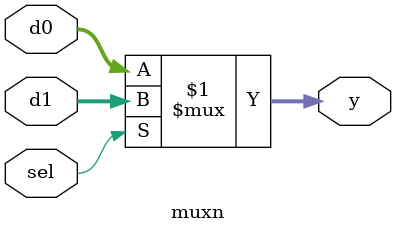
<source format=sv>

module muxn #(parameter WIDTH = 5) (
    input       [WIDTH-1:0] d0, d1,
    input       sel,
    output      [WIDTH-1:0] y
);

assign y = sel ? d1 : d0;

endmodule

</source>
